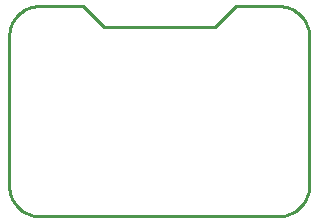
<source format=gbr>
G04 EAGLE Gerber RS-274X export*
G75*
%MOMM*%
%FSLAX34Y34*%
%LPD*%
%IN*%
%IPPOS*%
%AMOC8*
5,1,8,0,0,1.08239X$1,22.5*%
G01*
%ADD10C,0.254000*%


D10*
X0Y25400D02*
X97Y23186D01*
X386Y20989D01*
X865Y18826D01*
X1532Y16713D01*
X2380Y14666D01*
X3403Y12700D01*
X4594Y10831D01*
X5942Y9073D01*
X7440Y7440D01*
X9073Y5942D01*
X10831Y4594D01*
X12700Y3403D01*
X14666Y2380D01*
X16713Y1532D01*
X18826Y865D01*
X20989Y386D01*
X23186Y97D01*
X25400Y0D01*
X228600Y0D01*
X230814Y97D01*
X233011Y386D01*
X235174Y865D01*
X237287Y1532D01*
X239335Y2380D01*
X241300Y3403D01*
X243169Y4594D01*
X244927Y5942D01*
X246561Y7440D01*
X248058Y9073D01*
X249406Y10831D01*
X250597Y12700D01*
X251620Y14666D01*
X252468Y16713D01*
X253135Y18826D01*
X253614Y20989D01*
X253903Y23186D01*
X254000Y25400D01*
X254000Y152400D01*
X253903Y154614D01*
X253614Y156811D01*
X253135Y158974D01*
X252468Y161087D01*
X251620Y163135D01*
X250597Y165100D01*
X249406Y166969D01*
X248058Y168727D01*
X246561Y170361D01*
X244927Y171858D01*
X243169Y173206D01*
X241300Y174397D01*
X239335Y175420D01*
X237287Y176268D01*
X235174Y176935D01*
X233011Y177414D01*
X230814Y177703D01*
X228600Y177800D01*
X191770Y177800D01*
X173990Y160020D01*
X80010Y160020D01*
X62230Y177800D01*
X25400Y177800D01*
X23186Y177703D01*
X20989Y177414D01*
X18826Y176935D01*
X16713Y176268D01*
X14666Y175420D01*
X12700Y174397D01*
X10831Y173206D01*
X9073Y171858D01*
X7440Y170361D01*
X5942Y168727D01*
X4594Y166969D01*
X3403Y165100D01*
X2380Y163135D01*
X1532Y161087D01*
X865Y158974D01*
X386Y156811D01*
X97Y154614D01*
X0Y152400D01*
X0Y25400D01*
M02*

</source>
